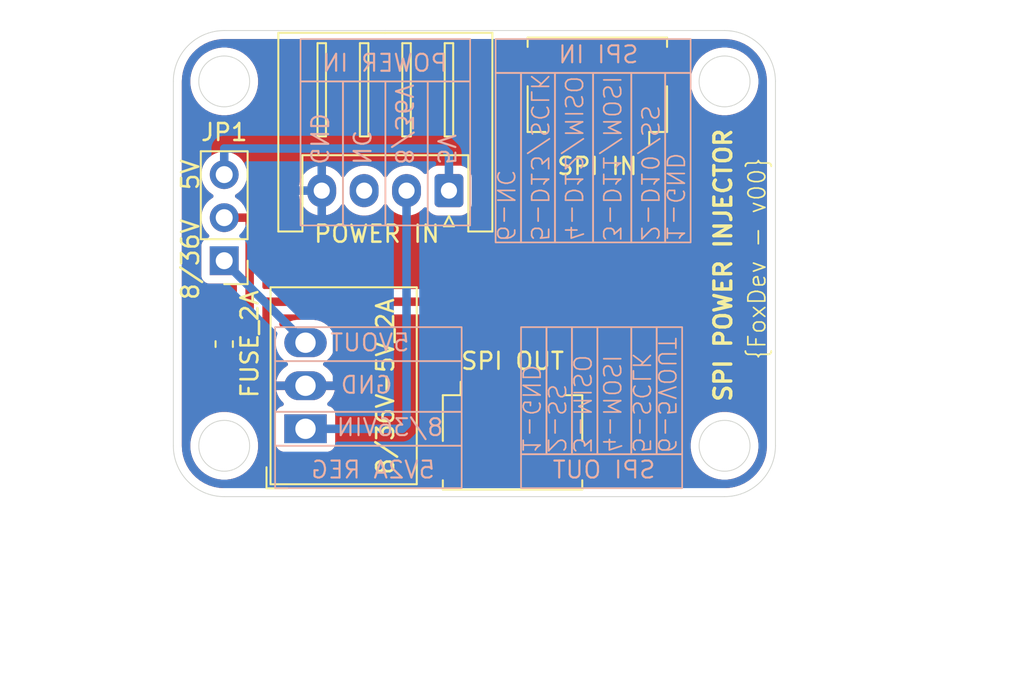
<source format=kicad_pcb>
(kicad_pcb (version 20241229) (generator "pcbnew") (generator_version "9.0")
  (layers (0 "F.Cu" signal) (2 "B.Cu" signal) (13 "F.Paste" user) (15 "B.Paste" user) (5 "F.SilkS" user "F.Silkscreen") (7 "B.SilkS" user "B.Silkscreen") (1 "F.Mask" user) (3 "B.Mask" user) (25 "Edge.Cuts" user))
  (net 0 "")
  (net 1 "GND")
  (net 2 "5VOLT")
  (net 3 "5VIN")
  (net 4 "5VOUT")
  (net 5 "12VIN")
  (net 6 "SS")
  (net 7 "MOSI/MISO")
  (net 8 "MISO/MOSI")
  (net 9 "SCLK")
  (net 10 "FUSE")
  (footprint "Fuse:Fuse_0603_1608Metric_Pad1.05x0.95mm_HandSolder" (layer "F.Cu") (at 137.5 94 -90)
    (property "Reference" "FUSE_2A" (at 0 -1.5 270) (layer "F.SilkS"))
    (property "Value" "Fuse_0603_1608Metric_Pad1.05x0.95mm_HandSolder")
    (fp_line (start -0.171267 0.51) (end 0.171267 0.51) (stroke (width 0.12)) (layer "F.SilkS"))
    (fp_line (start -0.171267 -0.51) (end 0.171267 -0.51) (stroke (width 0.12)) (layer "F.SilkS"))
    (pad "1" smd roundrect (at -0.875 0 270) (size 1.05 0.95) (layers "F.Cu" "F.Mask" "F.Paste") (net 10 "FUSE"))
    (pad "2" smd roundrect (at 0.875 0 270) (size 1.05 0.95) (layers "F.Cu" "F.Mask" "F.Paste") (net 4 "5VOUT"))
  )
  (footprint "Connector_JST:JST_XH_S4B-XH-A_1x04_P2.50mm_Horizontal" (layer "F.Cu") (at 150.75 84.945 180)
    (property "Reference" "POWER IN" (at 4.25 -2.555 0) (layer "F.SilkS"))
    (property "Value" "JST_XH_S4B-XH-A_1x04_P2.50mm_Horizontal")
    (fp_line (start 10.06 9.31) (end 10.06 -2.41) (stroke (width 0.12)) (layer "F.SilkS"))
    (fp_line (start 10.06 -2.41) (end 8.64 -2.41) (stroke (width 0.12)) (layer "F.SilkS"))
    (fp_line (start 8.64 2.09) (end 3.75 2.09) (stroke (width 0.12)) (layer "F.SilkS"))
    (fp_line (start 8.64 -2.41) (end 8.64 2.09) (stroke (width 0.12)) (layer "F.SilkS"))
    (fp_line (start 7.75 8.7) (end 7.75 3.2) (stroke (width 0.12)) (layer "F.SilkS"))
    (fp_line (start 7.75 3.2) (end 7.25 3.2) (stroke (width 0.12)) (layer "F.SilkS"))
    (fp_line (start 7.25 8.7) (end 7.75 8.7) (stroke (width 0.12)) (layer "F.SilkS"))
    (fp_line (start 7.25 3.2) (end 7.25 8.7) (stroke (width 0.12)) (layer "F.SilkS"))
    (fp_line (start 5.25 8.7) (end 5.25 3.2) (stroke (width 0.12)) (layer "F.SilkS"))
    (fp_line (start 5.25 3.2) (end 4.75 3.2) (stroke (width 0.12)) (layer "F.SilkS"))
    (fp_line (start 4.75 8.7) (end 5.25 8.7) (stroke (width 0.12)) (layer "F.SilkS"))
    (fp_line (start 4.75 3.2) (end 4.75 8.7) (stroke (width 0.12)) (layer "F.SilkS"))
    (fp_line (start 3.75 9.31) (end 10.06 9.31) (stroke (width 0.12)) (layer "F.SilkS"))
    (fp_line (start 3.75 9.31) (end -2.56 9.31) (stroke (width 0.12)) (layer "F.SilkS"))
    (fp_line (start 2.75 8.7) (end 2.75 3.2) (stroke (width 0.12)) (layer "F.SilkS"))
    (fp_line (start 2.75 3.2) (end 2.25 3.2) (stroke (width 0.12)) (layer "F.SilkS"))
    (fp_line (start 2.25 8.7) (end 2.75 8.7) (stroke (width 0.12)) (layer "F.SilkS"))
    (fp_line (start 2.25 3.2) (end 2.25 8.7) (stroke (width 0.12)) (layer "F.SilkS"))
    (fp_line (start 0.3 -2.1) (end 0 -1.5) (stroke (width 0.12)) (layer "F.SilkS"))
    (fp_line (start 0.25 8.7) (end 0.25 3.2) (stroke (width 0.12)) (layer "F.SilkS"))
    (fp_line (start 0.25 3.2) (end -0.25 3.2) (stroke (width 0.12)) (layer "F.SilkS"))
    (fp_line (start 0 -1.5) (end -0.3 -2.1) (stroke (width 0.12)) (layer "F.SilkS"))
    (fp_line (start -0.25 8.7) (end 0.25 8.7) (stroke (width 0.12)) (layer "F.SilkS"))
    (fp_line (start -0.25 3.2) (end -0.25 8.7) (stroke (width 0.12)) (layer "F.SilkS"))
    (fp_line (start -0.3 -2.1) (end 0.3 -2.1) (stroke (width 0.12)) (layer "F.SilkS"))
    (fp_line (start -1.14 2.09) (end 3.75 2.09) (stroke (width 0.12)) (layer "F.SilkS"))
    (fp_line (start -1.14 -2.41) (end -1.14 2.09) (stroke (width 0.12)) (layer "F.SilkS"))
    (fp_line (start -2.56 9.31) (end -2.56 -2.41) (stroke (width 0.12)) (layer "F.SilkS"))
    (fp_line (start -2.56 -2.41) (end -1.14 -2.41) (stroke (width 0.12)) (layer "F.SilkS"))
    (pad "1" thru_hole roundrect (at 0 0 180) (size 1.7 1.95) (drill 0.95) (layers "*.Cu" "*.Mask") (roundrect_rratio 0.147059) (net 3 "5VIN"))
    (pad "2" thru_hole oval (at 2.5 0 180) (size 1.7 1.95) (drill 0.95) (layers "*.Cu" "*.Mask") (net 5 "12VIN"))
    (pad "3" thru_hole oval (at 5 0 180) (size 1.7 1.95) (drill 0.95) (layers "*.Cu" "*.Mask"))
    (pad "4" thru_hole oval (at 7.5 0 180) (size 1.7 1.95) (drill 0.95) (layers "*.Cu" "*.Mask") (net 1 "GND"))
  )
  (footprint "Connector_Molex:Molex_Pico-Clasp_202396-0607_1x06-1MP_P1.00mm_Horizontal" (layer "F.Cu") (at 154.5 99)
    (property "Reference" "REF**" (hide yes))
    (property "Value" "Molex_Pico-Clasp_202396-0607_1x06-1MP_P1.00mm_Horizontal")
    (fp_line (start -4.11 -1.985) (end -3.06 -1.985) (stroke (width 0.12)) (layer "F.SilkS"))
    (fp_line (start -4.11 0.715) (end -4.11 -1.985) (stroke (width 0.12)) (layer "F.SilkS"))
    (fp_line (start -4.11 3.035) (end -4.11 3.585) (stroke (width 0.12)) (layer "F.SilkS"))
    (fp_line (start -4.11 3.585) (end 4.11 3.585) (stroke (width 0.12)) (layer "F.SilkS"))
    (fp_line (start -3.06 -1.985) (end -3.06 -2.775) (stroke (width 0.12)) (layer "F.SilkS"))
    (fp_line (start 4.11 -1.985) (end 3.06 -1.985) (stroke (width 0.12)) (layer "F.SilkS"))
    (fp_line (start 4.11 0.715) (end 4.11 -1.985) (stroke (width 0.12)) (layer "F.SilkS"))
    (fp_line (start 4.11 3.585) (end 4.11 3.035) (stroke (width 0.12)) (layer "F.SilkS"))
    (pad "1" smd roundrect (at -2.5 -2.025) (size 0.6 1.5) (layers "F.Cu" "F.Mask" "F.Paste") (net 1 "GND"))
    (pad "2" smd roundrect (at -1.5 -2.025) (size 0.6 1.5) (layers "F.Cu" "F.Mask" "F.Paste") (net 6 "SS"))
    (pad "3" smd roundrect (at -0.5 -2.025) (size 0.6 1.5) (layers "F.Cu" "F.Mask" "F.Paste") (net 8 "MISO/MOSI"))
    (pad "4" smd roundrect (at 0.5 -2.025) (size 0.6 1.5) (layers "F.Cu" "F.Mask" "F.Paste") (net 7 "MOSI/MISO"))
    (pad "5" smd roundrect (at 1.5 -2.025) (size 0.6 1.5) (layers "F.Cu" "F.Mask" "F.Paste") (net 9 "SCLK"))
    (pad "6" smd roundrect (at 2.5 -2.025) (size 0.6 1.5) (layers "F.Cu" "F.Mask" "F.Paste") (net 4 "5VOUT"))
    (pad "MP" smd roundrect (at -3.8 1.875) (size 1.2 1.8) (layers "F.Cu" "F.Mask" "F.Paste") (roundrect_rratio 0.208333))
    (pad "MP" smd roundrect (at 3.8 1.875) (size 1.2 1.8) (layers "F.Cu" "F.Mask" "F.Paste") (roundrect_rratio 0.208333))
  )
  (footprint "Converter_DCDC:Converter_DCDC_RECOM_R-78B-2.0_THT" (layer "F.Cu") (at 142.2925 98.9975 90)
    (property "Reference" "8/36V-5V_2A" (at 2.4975 4.7075 90) (layer "F.SilkS"))
    (property "Value" "K7805-2000R3")
    (fp_line (start -3.51 -2.3) (end -2.27 -2.3) (stroke (width 0.12)) (layer "F.SilkS"))
    (fp_line (start 8.35 -2.06) (end 8.35 6.56) (stroke (width 0.12)) (layer "F.SilkS"))
    (fp_line (start -3.27 -2.06) (end 8.35 -2.06) (stroke (width 0.12)) (layer "F.SilkS"))
    (fp_line (start -3.27 -2.06) (end -3.27 6.56) (stroke (width 0.12)) (layer "F.SilkS"))
    (fp_line (start -3.51 -1.06) (end -3.51 -2.3) (stroke (width 0.12)) (layer "F.SilkS"))
    (fp_line (start -3.27 6.56) (end 8.35 6.56) (stroke (width 0.12)) (layer "F.SilkS"))
    (pad "1" thru_hole rect (at 0 0 90) (size 1.7 2.5) (drill 1.2) (layers "*.Cu" "*.Mask") (net 5 "12VIN"))
    (pad "2" thru_hole oval (at 2.54 0 90) (size 1.7 2.5) (drill 1.2) (layers "*.Cu" "*.Mask") (net 1 "GND"))
    (pad "3" thru_hole oval (at 5.08 0 90) (size 1.7 2.5) (drill 1.2) (layers "*.Cu" "*.Mask") (net 2 "5VOLT"))
  )
  (footprint "Connector_Molex:Molex_Pico-Clasp_202396-0607_1x06-1MP_P1.00mm_Horizontal" (layer "F.Cu") (at 159.5 79.5 180)
    (property "Reference" "SPI IN" (at 0 -4 0) (layer "F.SilkS"))
    (property "Value" "Molex_Pico-Clasp_202396-0607_1x06-1MP_P1.00mm_Horizontal")
    (fp_line (start 4.11 3.585) (end 4.11 3.035) (stroke (width 0.12)) (layer "F.SilkS"))
    (fp_line (start 4.11 0.715) (end 4.11 -1.985) (stroke (width 0.12)) (layer "F.SilkS"))
    (fp_line (start 4.11 -1.985) (end 3.06 -1.985) (stroke (width 0.12)) (layer "F.SilkS"))
    (fp_line (start -3.06 -1.985) (end -3.06 -2.775) (stroke (width 0.12)) (layer "F.SilkS"))
    (fp_line (start -4.11 3.585) (end 4.11 3.585) (stroke (width 0.12)) (layer "F.SilkS"))
    (fp_line (start -4.11 3.035) (end -4.11 3.585) (stroke (width 0.12)) (layer "F.SilkS"))
    (fp_line (start -4.11 0.715) (end -4.11 -1.985) (stroke (width 0.12)) (layer "F.SilkS"))
    (fp_line (start -4.11 -1.985) (end -3.06 -1.985) (stroke (width 0.12)) (layer "F.SilkS"))
    (pad "1" smd roundrect (at -2.5 -2.025 180) (size 0.6 1.5) (layers "F.Cu" "F.Mask" "F.Paste") (net 1 "GND"))
    (pad "2" smd roundrect (at -1.5 -2.025 180) (size 0.6 1.5) (layers "F.Cu" "F.Mask" "F.Paste") (net 6 "SS"))
    (pad "3" smd roundrect (at -0.5 -2.025 180) (size 0.6 1.5) (layers "F.Cu" "F.Mask" "F.Paste") (net 8 "MISO/MOSI"))
    (pad "4" smd roundrect (at 0.5 -2.025 180) (size 0.6 1.5) (layers "F.Cu" "F.Mask" "F.Paste") (net 7 "MOSI/MISO"))
    (pad "5" smd roundrect (at 1.5 -2.025 180) (size 0.6 1.5) (layers "F.Cu" "F.Mask" "F.Paste") (net 9 "SCLK"))
    (pad "6" smd roundrect (at 2.5 -2.025 180) (size 0.6 1.5) (layers "F.Cu" "F.Mask" "F.Paste"))
    (pad "MP" smd roundrect (at -3.8 1.875 180) (size 1.2 1.8) (layers "F.Cu" "F.Mask" "F.Paste") (roundrect_rratio 0.208333))
    (pad "MP" smd roundrect (at 3.8 1.875 180) (size 1.2 1.8) (layers "F.Cu" "F.Mask" "F.Paste") (roundrect_rratio 0.208333))
  )
  (footprint "Connector_PinHeader_2.54mm:PinHeader_1x03_P2.54mm_Vertical" (layer "F.Cu") (at 137.5 89.08 180)
    (property "Reference" "JP1" (at 0 7.58 180) (layer "F.SilkS"))
    (property "Value" "PinHeader_1x03_P2.54mm_Vertical")
    (fp_line (start 1.38 1.27) (end 1.38 6.46) (stroke (width 0.12)) (layer "F.SilkS"))
    (fp_line (start -1.38 6.46) (end 1.38 6.46) (stroke (width 0.12)) (layer "F.SilkS"))
    (fp_line (start -1.38 1.27) (end 1.38 1.27) (stroke (width 0.12)) (layer "F.SilkS"))
    (fp_line (start -1.38 1.27) (end -1.38 6.46) (stroke (width 0.12)) (layer "F.SilkS"))
    (fp_line (start -1.38 0) (end -1.38 -1.38) (stroke (width 0.12)) (layer "F.SilkS"))
    (fp_line (start -1.38 -1.38) (end 0 -1.38) (stroke (width 0.12)) (layer "F.SilkS"))
    (pad "1" thru_hole rect (at 0 0 180) (size 1.7 1.7) (drill 1) (layers "*.Cu" "*.Mask") (net 2 "5VOLT"))
    (pad "2" thru_hole circle (at 0 2.54 180) (size 1.7 1.7) (drill 1) (layers "*.Cu" "*.Mask") (net 10 "FUSE"))
    (pad "3" thru_hole circle (at 0 5.08 180) (size 1.7 1.7) (drill 1) (layers "*.Cu" "*.Mask") (net 3 "5VIN"))
  )
  (gr_rect (start 159.5 93) (end 161.5 100.5) (stroke (width 0.1)) (fill no) (layer "B.SilkS"))
  (gr_rect (start 158 93) (end 159.5 100.5) (stroke (width 0.1)) (fill no) (layer "B.SilkS"))
  (gr_rect (start 140.5 95) (end 151.5 98) (stroke (width 0.1)) (fill no) (layer "B.SilkS"))
  (gr_rect (start 155 100.5) (end 164.5 102.5) (stroke (width 0.1)) (fill no) (layer "B.SilkS"))
  (gr_rect (start 161.5 93) (end 163 100.5) (stroke (width 0.1)) (fill no) (layer "B.SilkS"))
  (gr_rect (start 156.5 93) (end 158 100.5) (stroke (width 0.1)) (fill no) (layer "B.SilkS"))
  (gr_rect (start 153.5 78) (end 155 88) (stroke (width 0.1)) (fill no) (layer "B.SilkS"))
  (gr_rect (start 161.5 78) (end 163.5 88) (stroke (width 0.1)) (fill no) (layer "B.SilkS"))
  (gr_rect (start 140.5 93) (end 151.5 95) (stroke (width 0.1)) (fill no) (layer "B.SilkS"))
  (gr_rect (start 157 78) (end 159.25 88) (stroke (width 0.1)) (fill no) (layer "B.SilkS"))
  (gr_rect (start 155 78) (end 157 88) (stroke (width 0.1)) (fill no) (layer "B.SilkS"))
  (gr_rect (start 142 78.5) (end 144.5 87) (stroke (width 0.1)) (fill no) (layer "B.SilkS"))
  (gr_rect (start 153.5 76) (end 165 78) (stroke (width 0.1)) (fill no) (layer "B.SilkS"))
  (gr_rect (start 159.25 78) (end 161.5 88) (stroke (width 0.1)) (fill no) (layer "B.SilkS"))
  (gr_rect (start 147 78.5) (end 149.5 87) (stroke (width 0.1)) (fill no) (layer "B.SilkS"))
  (gr_rect (start 140.5 98) (end 151.5 100) (stroke (width 0.1)) (fill no) (layer "B.SilkS"))
  (gr_rect (start 140.5 100) (end 151.5 102.5) (stroke (width 0.1)) (fill no) (layer "B.SilkS"))
  (gr_rect (start 163.5 78) (end 165 88) (stroke (width 0.1)) (fill no) (layer "B.SilkS"))
  (gr_rect (start 144.5 78.5) (end 147 87) (stroke (width 0.1)) (fill no) (layer "B.SilkS"))
  (gr_rect (start 163 93) (end 164.5 100.5) (stroke (width 0.1)) (fill no) (layer "B.SilkS"))
  (gr_rect (start 142 76) (end 152 78.5) (stroke (width 0.1)) (fill no) (layer "B.SilkS"))
  (gr_rect (start 155 93) (end 156.5 100.5) (stroke (width 0.1)) (fill no) (layer "B.SilkS"))
  (gr_rect (start 149.5 78.5) (end 152 87) (stroke (width 0.1)) (fill no) (layer "B.SilkS"))
  (gr_line (start 137.5 75.5) (end 167 75.5) (stroke (width 0.05)) (layer "Edge.Cuts"))
  (gr_arc (start 137.5 103) (mid 135.37868 102.12132) (end 134.5 100) (stroke (width 0.05)) (layer "Edge.Cuts"))
  (gr_line (start 134.5 100) (end 134.5 78.5) (stroke (width 0.05)) (layer "Edge.Cuts"))
  (gr_circle (center 167 78.5) (end 168.5 78.5) (stroke (width 0.05)) (fill no) (layer "Edge.Cuts"))
  (gr_arc (start 167 75.5) (mid 169.12132 76.37868) (end 170 78.5) (stroke (width 0.05)) (layer "Edge.Cuts"))
  (gr_arc (start 170 100) (mid 169.12132 102.12132) (end 167 103) (stroke (width 0.05)) (layer "Edge.Cuts"))
  (gr_circle (center 137.5 100) (end 139 100) (stroke (width 0.05)) (fill no) (layer "Edge.Cuts"))
  (gr_line (start 167 103) (end 137.5 103) (stroke (width 0.05)) (layer "Edge.Cuts"))
  (gr_line (start 170 78.5) (end 170 100) (stroke (width 0.05)) (layer "Edge.Cuts"))
  (gr_arc (start 134.5 78.5) (mid 135.37868 76.37868) (end 137.5 75.5) (stroke (width 0.05)) (layer "Edge.Cuts"))
  (gr_circle (center 167 100) (end 168.5 100) (stroke (width 0.05)) (fill no) (layer "Edge.Cuts"))
  (gr_circle (center 137.5 78.5) (end 139 78.5) (stroke (width 0.05)) (fill no) (layer "Edge.Cuts"))
  (gr_text "SPI POWER INJECTOR" (at 167.5 97.5 90) (layer "F.SilkS") (effects (font (size 1 1) (thickness 0.2) (bold yes)) (justify left bottom)))
  (gr_text "5V" (at 135.5 84 90) (layer "F.SilkS") (effects (font (size 1 1))))
  (gr_text "{FoxDev - v00}" (at 169.5 95 90) (layer "F.SilkS") (effects (font (size 1 1) (thickness 0.1)) (justify left bottom)))
  (gr_text "8/36V" (at 135.5 89 90) (layer "F.SilkS") (effects (font (size 1 1))))
  (gr_text "SPI OUT" (at 154.5 95 0) (layer "F.SilkS") (effects (font (size 1 1))))
  (gr_text "2-SS" (at 156.5 100.5 270) (layer "B.SilkS") (effects (font (size 1 1) (thickness 0.1)) (justify left bottom mirror)))
  (gr_text "2-D10/SS" (at 162 88 270) (layer "B.SilkS") (effects (font (size 1 1) (thickness 0.1)) (justify left bottom mirror)))
  (gr_text "8/36VIN" (at 150.5 99.5 0) (layer "B.SilkS") (effects (font (size 1 1) (thickness 0.125)) (justify left bottom mirror)))
  (gr_text "8/36V" (at 147.5 83.5 270) (layer "B.SilkS") (effects (font (size 1 1) (thickness 0.125)) (justify left bottom mirror)))
  (gr_text "GND" (at 147.5 97 0) (layer "B.SilkS") (effects (font (size 1 1) (thickness 0.125)) (justify left bottom mirror)))
  (gr_text "5V" (at 150 83.5 270) (layer "B.SilkS") (effects (font (size 1 1) (thickness 0.125)) (justify left bottom mirror)))
  (gr_text "4-MOSI" (at 159.75 100.5 270) (layer "B.SilkS") (effects (font (size 1 1) (thickness 0.1)) (justify left bottom mirror)))
  (gr_text "1-GND" (at 163.5 88 270) (layer "B.SilkS") (effects (font (size 1 1) (thickness 0.1)) (justify left bottom mirror)))
  (gr_text "GND" (at 142.5 83.5 270) (layer "B.SilkS") (effects (font (size 1 1) (thickness 0.125)) (justify left bottom mirror)))
  (gr_text "SPI OUT" (at 163 102 0) (layer "B.SilkS") (effects (font (size 1 1) (thickness 0.125)) (justify left bottom mirror)))
  (gr_text "5-SCLK" (at 161.5 100.5 270) (layer "B.SilkS") (effects (font (size 1 1) (thickness 0.1)) (justify left bottom mirror)))
  (gr_text "5V2A REG" (at 150 102 0) (layer "B.SilkS") (effects (font (size 1 1) (thickness 0.125)) (justify left bottom mirror)))
  (gr_text "1-GND" (at 155 100.5 270) (layer "B.SilkS") (effects (font (size 1 1) (thickness 0.1)) (justify left bottom mirror)))
  (gr_text "POWER IN" (at 150.75 78 0) (layer "B.SilkS") (effects (font (size 1 1) (thickness 0.125)) (justify left bottom mirror)))
  (gr_text "3-D11/MOSI" (at 159.75 88 270) (layer "B.SilkS") (effects (font (size 1 1) (thickness 0.1)) (justify left bottom mirror)))
  (gr_text "SPI IN" (at 162 77.5 0) (layer "B.SilkS") (effects (font (size 1 1) (thickness 0.125)) (justify left bottom mirror)))
  (gr_text "4-D12/MISO" (at 157.5 88 270) (layer "B.SilkS") (effects (font (size 1 1) (thickness 0.1)) (justify left bottom mirror)))
  (gr_text "NC" (at 145 83.5 270) (layer "B.SilkS") (effects (font (size 1 1) (thickness 0.125)) (justify left bottom mirror)))
  (gr_text "6-NC" (at 153.5 88 270) (layer "B.SilkS") (effects (font (size 1 1) (thickness 0.1)) (justify left bottom mirror)))
  (gr_text "3-MISO" (at 158 100.5 270) (layer "B.SilkS") (effects (font (size 1 1) (thickness 0.1)) (justify left bottom mirror)))
  (gr_text "5-D13/SCLK" (at 155.5 88 270) (layer "B.SilkS") (effects (font (size 1 1) (thickness 0.1)) (justify left bottom mirror)))
  (gr_text "5VOUT" (at 148.5 94.5 0) (layer "B.SilkS") (effects (font (size 1 1) (thickness 0.125)) (justify left bottom mirror)))
  (gr_text "6-5VOUT" (at 163 100.5 270) (layer "B.SilkS") (effects (font (size 1 1) (thickness 0.1)) (justify left bottom mirror)))
  (segment (start 152 96.975) (end 152 97.724999) (width 0.2) (layer "F.Cu") (net 1))
  (segment (start 143.25 86.25) (end 143.25 84.945) (width 0.2) (layer "B.Cu") (net 1))
  (segment (start 144 96.4575) (end 142.2925 96.4575) (width 0.2) (layer "B.Cu") (net 1))
  (segment (start 144 96.4575) (end 144 87) (width 0.2) (layer "B.Cu") (net 1))
  (segment (start 144 87) (end 143.25 86.25) (width 0.2) (layer "B.Cu") (net 1))
  (segment (start 137.5 89.125) (end 137.5 89.08) (width 0.2) (layer "B.Cu") (net 2))
  (segment (start 142.2925 93.9175) (end 137.5 89.125) (width 0.5) (layer "B.Cu") (net 2))
  (segment (start 150.46 82.46) (end 137.5 82.46) (width 0.5) (layer "B.Cu") (net 3))
  (segment (start 150.75 82.75) (end 150.46 82.46) (width 0.5) (layer "B.Cu") (net 3))
  (segment (start 137.5 84) (end 137.5 82.46) (width 0.5) (layer "B.Cu") (net 3))
  (segment (start 150.75 84.945) (end 150.75 82.75) (width 0.5) (layer "B.Cu") (net 3))
  (segment (start 139.625 94.875) (end 140 94.5) (width 0.5) (layer "F.Cu") (net 4))
  (segment (start 140 94.5) (end 140 91.5) (width 0.5) (layer "F.Cu") (net 4))
  (segment (start 140 91.5) (end 157 91.5) (width 0.5) (layer "F.Cu") (net 4))
  (segment (start 157 91.5) (end 157 96.975) (width 0.5) (layer "F.Cu") (net 4))
  (segment (start 137.5 94.875) (end 139.5 94.875) (width 0.5) (layer "F.Cu") (net 4))
  (segment (start 139.5 94.875) (end 139.625 94.875) (width 0.5) (layer "F.Cu") (net 4))
  (segment (start 148.25 98.75) (end 148.25 94.25) (width 0.5) (layer "B.Cu") (net 5))
  (segment (start 148.0025 98.9975) (end 148.25 98.75) (width 0.5) (layer "B.Cu") (net 5))
  (segment (start 148.25 84.945) (end 148.25 94.25) (width 0.5) (layer "B.Cu") (net 5))
  (segment (start 141.7925 98.9975) (end 148.0025 98.9975) (width 0.5) (layer "B.Cu") (net 5))
  (segment (start 161 96.068268) (end 161 81.525) (width 0.2) (layer "F.Cu") (net 6))
  (segment (start 157.839268 99.229) (end 161 96.068268) (width 0.2) (layer "F.Cu") (net 6))
  (segment (start 153 97.724999) (end 154.504001 99.229) (width 0.2) (layer "F.Cu") (net 6))
  (segment (start 153 96.975) (end 153 97.724999) (width 0.2) (layer "F.Cu") (net 6))
  (segment (start 154.504001 99.229) (end 157.839268 99.229) (width 0.2) (layer "F.Cu") (net 6))
  (segment (start 156.060032 98.427) (end 157.507068 98.427) (width 0.2) (layer "F.Cu") (net 7))
  (segment (start 159 96.934068) (end 159 81.525) (width 0.2) (layer "F.Cu") (net 7))
  (segment (start 155 97.366968) (end 156.060032 98.427) (width 0.2) (layer "F.Cu") (net 7))
  (segment (start 157.507068 98.427) (end 159 96.934068) (width 0.2) (layer "F.Cu") (net 7))
  (segment (start 155 96.975) (end 155 97.366968) (width 0.2) (layer "F.Cu") (net 7))
  (segment (start 160 96.501168) (end 160 81.525) (width 0.2) (layer "F.Cu") (net 8))
  (segment (start 154 97.366968) (end 155.461032 98.828) (width 0.2) (layer "F.Cu") (net 8))
  (segment (start 157.673168 98.828) (end 160 96.501168) (width 0.2) (layer "F.Cu") (net 8))
  (segment (start 154 96.975) (end 154 97.366968) (width 0.2) (layer "F.Cu") (net 8))
  (segment (start 155.461032 98.828) (end 157.673168 98.828) (width 0.2) (layer "F.Cu") (net 8))
  (segment (start 157.340968 98.026) (end 158 97.366968) (width 0.2) (layer "F.Cu") (net 9))
  (segment (start 156.301001 98.026) (end 157.340968 98.026) (width 0.2) (layer "F.Cu") (net 9))
  (segment (start 156 96.975) (end 156 97.724999) (width 0.2) (layer "F.Cu") (net 9))
  (segment (start 156 97.724999) (end 156.301001 98.026) (width 0.2) (layer "F.Cu") (net 9))
  (segment (start 158 97.366968) (end 158 81.525) (width 0.2) (layer "F.Cu") (net 9))
  (segment (start 139 86.58) (end 139.04 86.54) (width 0.2) (layer "F.Cu") (net 10))
  (segment (start 138.875 93.125) (end 137.5 93.125) (width 0.5) (layer "F.Cu") (net 10))
  (segment (start 139 86.58) (end 139 93) (width 0.5) (layer "F.Cu") (net 10))
  (segment (start 137.5 86.54) (end 139.04 86.54) (width 0.5) (layer "F.Cu") (net 10))
  (segment (start 139 93) (end 138.875 93.125) (width 0.5) (layer "F.Cu") (net 10))
  (zone (net 1) (net_name "GND") (layers "F.Cu" "B.Cu") (name "Ground") (connect_pads (clearance 0.5)) (min_thickness 0.25) (fill yes (thermal_gap 0.5) (thermal_bridge_width 0.5))
    (polygon (pts (xy 170 75.5) (xy 170 103) (xy 134.5 103) (xy 134.5 75.5)))
  )
)
</source>
